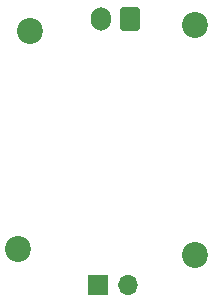
<source format=gbr>
%TF.GenerationSoftware,KiCad,Pcbnew,8.0.4*%
%TF.CreationDate,2025-06-18T18:58:41-07:00*%
%TF.ProjectId,Dyno_LED_PCB,44796e6f-5f4c-4454-945f-5043422e6b69,rev?*%
%TF.SameCoordinates,Original*%
%TF.FileFunction,Soldermask,Bot*%
%TF.FilePolarity,Negative*%
%FSLAX46Y46*%
G04 Gerber Fmt 4.6, Leading zero omitted, Abs format (unit mm)*
G04 Created by KiCad (PCBNEW 8.0.4) date 2025-06-18 18:58:41*
%MOMM*%
%LPD*%
G01*
G04 APERTURE LIST*
G04 Aperture macros list*
%AMRoundRect*
0 Rectangle with rounded corners*
0 $1 Rounding radius*
0 $2 $3 $4 $5 $6 $7 $8 $9 X,Y pos of 4 corners*
0 Add a 4 corners polygon primitive as box body*
4,1,4,$2,$3,$4,$5,$6,$7,$8,$9,$2,$3,0*
0 Add four circle primitives for the rounded corners*
1,1,$1+$1,$2,$3*
1,1,$1+$1,$4,$5*
1,1,$1+$1,$6,$7*
1,1,$1+$1,$8,$9*
0 Add four rect primitives between the rounded corners*
20,1,$1+$1,$2,$3,$4,$5,0*
20,1,$1+$1,$4,$5,$6,$7,0*
20,1,$1+$1,$6,$7,$8,$9,0*
20,1,$1+$1,$8,$9,$2,$3,0*%
G04 Aperture macros list end*
%ADD10R,1.700000X1.700000*%
%ADD11O,1.700000X1.700000*%
%ADD12C,2.200000*%
%ADD13RoundRect,0.250000X0.600000X0.750000X-0.600000X0.750000X-0.600000X-0.750000X0.600000X-0.750000X0*%
%ADD14O,1.700000X2.000000*%
G04 APERTURE END LIST*
D10*
%TO.C,J2*%
X68725000Y-61000000D03*
D11*
X71265000Y-61000000D03*
%TD*%
D12*
%TO.C,H1*%
X62000000Y-58000000D03*
%TD*%
%TO.C,H3*%
X77000000Y-39000000D03*
%TD*%
%TO.C,H2*%
X77000000Y-58500000D03*
%TD*%
%TO.C,H4*%
X63000000Y-39500000D03*
%TD*%
D13*
%TO.C,J1*%
X71500000Y-38500000D03*
D14*
X69000000Y-38500000D03*
%TD*%
M02*

</source>
